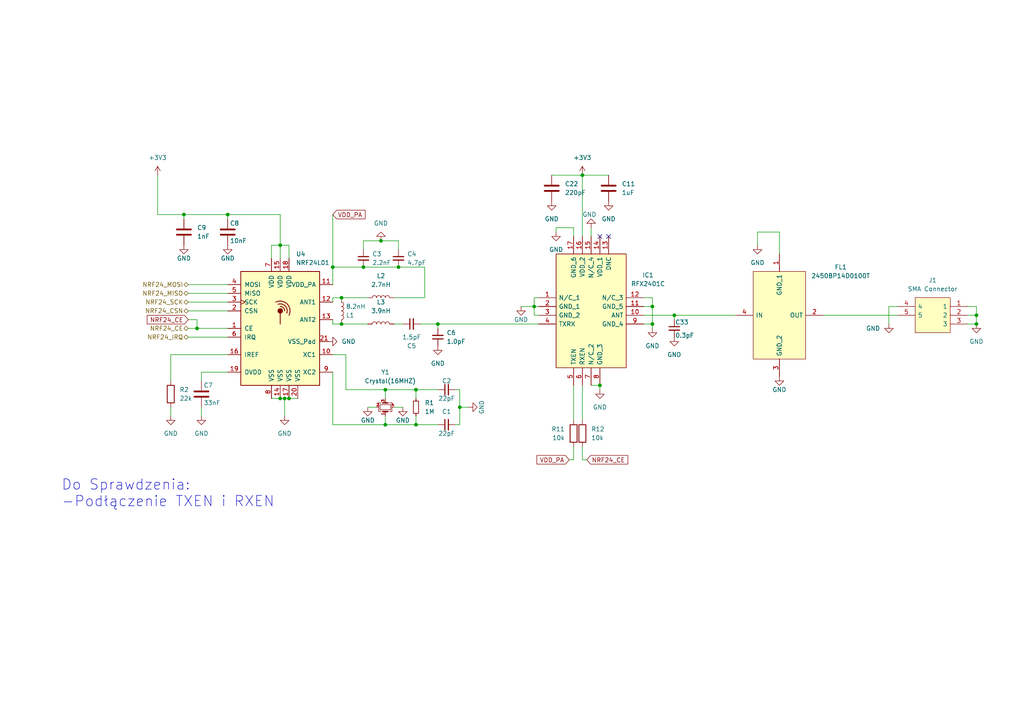
<source format=kicad_sch>
(kicad_sch (version 20211123) (generator eeschema)
  (paper "A4")
  (lib_symbols
    (symbol "2450BP14D0100T:2450BP14D0100T" (pin_names (offset 0.762))
      (property "Reference" "FL?" (at 30.48 13.97 0))
      (property "Value" "2450BP14D0100T" (at 30.48 11.43 0))
      (symbol "2450BP14D0100T_0_0"
        (pin passive line (at 12.7 17.78 270) (length 5.08) (name "GND_1") (number "1"))
        (pin passive line (at 25.4 0 180) (length 5.08) (name "OUT") (number "2"))
        (pin passive line (at 12.7 -17.78 90) (length 5.08) (name "GND_2") (number "3"))
        (pin passive line (at 0 0 0) (length 5.08) (name "IN") (number "4"))
      )
      (symbol "2450BP14D0100T_0_1"
        (polyline (pts (xy 5.08 12.7) (xy 20.32 12.7) (xy 20.32 -12.7) (xy 5.08 -12.7) (xy 5.08 12.7)) (stroke (width 0.1524)) (fill (type background)))
      )
    )
    (symbol "Device:C" (pin_numbers hide) (pin_names (offset 0.254))
      (property "Reference" "C" (at 0.635 2.54 0))
      (property "Value" "C" (at 0.635 -2.54 0))
      (symbol "C_0_1"
        (polyline (pts (xy -2.032 -0.762) (xy 2.032 -0.762)) (stroke (width 0.508)))
        (polyline (pts (xy -2.032 0.762) (xy 2.032 0.762)) (stroke (width 0.508)))
      )
      (symbol "C_1_1"
        (pin passive line (at 0 3.81 270) (length 2.794) (name "~") (number "1"))
        (pin passive line (at 0 -3.81 90) (length 2.794) (name "~") (number "2"))
      )
    )
    (symbol "Device:C_Small" (pin_numbers hide) (pin_names (offset 0.254) hide)
      (property "Reference" "C" (at 0.254 1.778 0))
      (property "Value" "C_Small" (at 0.254 -2.032 0))
      (symbol "C_Small_0_1"
        (polyline (pts (xy -1.524 -0.508) (xy 1.524 -0.508)) (stroke (width 0.3302)))
        (polyline (pts (xy -1.524 0.508) (xy 1.524 0.508)) (stroke (width 0.3048)))
      )
      (symbol "C_Small_1_1"
        (pin passive line (at 0 2.54 270) (length 2.032) (name "~") (number "1"))
        (pin passive line (at 0 -2.54 90) (length 2.032) (name "~") (number "2"))
      )
    )
    (symbol "Device:Crystal_GND24_Small" (pin_names (offset 1.016) hide)
      (property "Reference" "Y" (at 1.27 4.445 0))
      (property "Value" "Crystal_GND24_Small" (at 1.27 2.54 0))
      (symbol "Crystal_GND24_Small_0_1"
        (rectangle (start -0.762 -1.524) (end 0.762 1.524))
        (polyline (pts (xy -1.27 -0.762) (xy -1.27 0.762)) (stroke (width 0.381)))
        (polyline (pts (xy 1.27 -0.762) (xy 1.27 0.762)) (stroke (width 0.381)))
        (polyline (pts (xy -1.27 -1.27) (xy -1.27 -1.905) (xy 1.27 -1.905) (xy 1.27 -1.27)))
        (polyline (pts (xy -1.27 1.27) (xy -1.27 1.905) (xy 1.27 1.905) (xy 1.27 1.27)))
      )
      (symbol "Crystal_GND24_Small_1_1"
        (pin passive line (at -2.54 0 0) (length 1.27) (name "1") (number "1"))
        (pin passive line (at 0 -2.54 90) (length 0.635) (name "2") (number "2"))
        (pin passive line (at 2.54 0 180) (length 1.27) (name "3") (number "3"))
        (pin passive line (at 0 2.54 270) (length 0.635) (name "4") (number "4"))
      )
    )
    (symbol "Device:L" (pin_numbers hide) (pin_names (offset 1.016) hide)
      (property "Reference" "L" (at -1.27 0 90))
      (property "Value" "L" (at 1.905 0 90))
      (symbol "L_0_1"
        (arc (start 0 -2.54) (mid 0.635 -1.905) (end 0 -1.27))
        (arc (start 0 -1.27) (mid 0.635 -0.635) (end 0 0))
        (arc (start 0 0) (mid 0.635 0.635) (end 0 1.27))
        (arc (start 0 1.27) (mid 0.635 1.905) (end 0 2.54))
      )
      (symbol "L_1_1"
        (pin passive line (at 0 3.81 270) (length 1.27) (name "1") (number "1"))
        (pin passive line (at 0 -3.81 90) (length 1.27) (name "2") (number "2"))
      )
    )
    (symbol "Device:R" (pin_numbers hide) (pin_names (offset 0))
      (property "Reference" "R" (at 2.032 0 90))
      (property "Value" "R" (at 0 0 90))
      (symbol "R_0_1"
        (rectangle (start -1.016 -2.54) (end 1.016 2.54) (stroke (width 0.254)))
      )
      (symbol "R_1_1"
        (pin passive line (at 0 3.81 270) (length 1.27) (name "~") (number "1"))
        (pin passive line (at 0 -3.81 90) (length 1.27) (name "~") (number "2"))
      )
    )
    (symbol "Device:R_Small" (pin_numbers hide) (pin_names (offset 0.254) hide)
      (property "Reference" "R" (at 0.762 0.508 0))
      (property "Value" "R_Small" (at 0.762 -1.016 0))
      (symbol "R_Small_0_1"
        (rectangle (start -0.762 1.778) (end 0.762 -1.778) (stroke (width 0.2032)))
      )
      (symbol "R_Small_1_1"
        (pin passive line (at 0 2.54 270) (length 0.762) (name "~") (number "1"))
        (pin passive line (at 0 -2.54 90) (length 0.762) (name "~") (number "2"))
      )
    )
    (symbol "RF:NRF24L01" (pin_names (offset 1.016))
      (property "Reference" "U3" (at 4.5594 21.59 0))
      (property "Value" "NRF24L01" (at 4.5594 19.05 0))
      (symbol "NRF24L01_0_1"
        (rectangle (start -11.43 16.51) (end 11.43 -16.51) (stroke (width 0.254)) (fill (type background)))
        (polyline (pts (xy 0 4.445) (xy 0 1.27)) (stroke (width 0.254)))
        (circle (center 0 5.08) (radius 0.635) (stroke (width 0.254)) (fill (type outline)))
        (arc (start 1.27 5.08) (mid 0.9071 5.9946) (end 0 6.35) (stroke (width 0.254)))
        (arc (start 1.905 4.445) (mid 1.4313 6.5254) (end -0.635 6.985) (stroke (width 0.254)))
        (arc (start 2.54 3.81) (mid 2.008 7.088) (end -1.27 7.62) (stroke (width 0.254)))
        (rectangle (start 11.43 -13.97) (end 11.43 -13.97))
      )
      (symbol "NRF24L01_1_1"
        (pin input line (at -15.24 0 0) (length 3.81) (name "CE") (number "1"))
        (pin passive line (at 15.24 -7.62 180) (length 3.81) (name "XC1") (number "10"))
        (pin power_out line (at 15.24 12.7 180) (length 3.81) (name "VDD_PA") (number "11"))
        (pin passive line (at 15.24 7.62 180) (length 3.81) (name "ANT1") (number "12"))
        (pin passive line (at 15.24 2.54 180) (length 3.81) (name "ANT2") (number "13"))
        (pin power_in line (at 0 -20.32 90) (length 3.81) (name "VSS") (number "14"))
        (pin power_in line (at 0 20.32 270) (length 3.81) (name "VDD") (number "15"))
        (pin passive line (at -15.24 -7.62 0) (length 3.81) (name "IREF") (number "16"))
        (pin power_in line (at 2.54 -20.32 90) (length 3.81) (name "VSS") (number "17"))
        (pin power_in line (at 2.54 20.32 270) (length 3.81) (name "VDD") (number "18"))
        (pin power_out line (at -15.24 -12.7 0) (length 3.81) (name "DVDD") (number "19"))
        (pin input line (at -15.24 5.08 0) (length 3.81) (name "CSN") (number "2"))
        (pin power_in line (at 5.08 -20.32 90) (length 3.81) (name "VSS") (number "20"))
        (pin power_in line (at 13.97 -3.81 180) (length 2.54) (name "VSS_Pad") (number "21"))
        (pin input clock (at -15.24 7.62 0) (length 3.81) (name "SCK") (number "3"))
        (pin input line (at -15.24 12.7 0) (length 3.81) (name "MOSI") (number "4"))
        (pin output line (at -15.24 10.16 0) (length 3.81) (name "MISO") (number "5"))
        (pin output line (at -15.24 -2.54 0) (length 3.81) (name "IRQ") (number "6"))
        (pin power_in line (at -2.54 20.32 270) (length 3.81) (name "VDD") (number "7"))
        (pin power_in line (at -2.54 -20.32 90) (length 3.81) (name "VSS") (number "8"))
        (pin passive line (at 15.24 -12.7 180) (length 3.81) (name "XC2") (number "9"))
      )
    )
    (symbol "RFX2401C:RFX2401C" (pin_names (offset 0.762))
      (property "Reference" "IC?" (at 31.75 6.5788 0))
      (property "Value" "RFX2401C" (at 31.75 4.0388 0))
      (symbol "RFX2401C_0_0"
        (pin passive line (at 0 0 0) (length 5.08) (name "N/C_1") (number "1"))
        (pin passive line (at 30.48 -5.08 180) (length 5.08) (name "ANT") (number "10"))
        (pin passive line (at 30.48 -2.54 180) (length 5.08) (name "GND_5") (number "11"))
        (pin passive line (at 30.48 0 180) (length 5.08) (name "N/C_3") (number "12"))
        (pin passive line (at 20.32 17.78 270) (length 5.08) (name "DNC") (number "13"))
        (pin passive line (at 17.78 17.78 270) (length 5.08) (name "VDD_1") (number "14"))
        (pin passive line (at 15.24 17.78 270) (length 5.08) (name "N/C_4") (number "15"))
        (pin passive line (at 12.7 17.78 270) (length 5.08) (name "VDD_2") (number "16"))
        (pin passive line (at 10.16 17.78 270) (length 5.08) (name "GND_6") (number "17"))
        (pin passive line (at 0 -2.54 0) (length 5.08) (name "GND_1") (number "2"))
        (pin passive line (at 0 -5.08 0) (length 5.08) (name "GND_2") (number "3"))
        (pin passive line (at 0 -7.62 0) (length 5.08) (name "TXRX") (number "4"))
        (pin passive line (at 10.16 -25.4 90) (length 5.08) (name "TXEN") (number "5"))
        (pin passive line (at 12.7 -25.4 90) (length 5.08) (name "RXEN") (number "6"))
        (pin passive line (at 15.24 -25.4 90) (length 5.08) (name "N/C_2") (number "7"))
        (pin passive line (at 17.78 -25.4 90) (length 5.08) (name "GND_3") (number "8"))
        (pin passive line (at 30.48 -7.62 180) (length 5.08) (name "GND_4") (number "9"))
      )
      (symbol "RFX2401C_0_1"
        (polyline (pts (xy 5.08 12.7) (xy 25.4 12.7) (xy 25.4 -20.32) (xy 5.08 -20.32) (xy 5.08 12.7)) (stroke (width 0.1524)))
        (rectangle (start 5.08 12.7) (end 25.4 -20.32) (fill (type background)))
      )
    )
    (symbol "SMA_Connector:73251-2201" (pin_names (offset 0.762))
      (property "Reference" "J?" (at 10.16 7.62 0))
      (property "Value" "SMA Connector" (at 10.16 5.08 0))
      (symbol "73251-2201_0_0"
        (pin passive line (at 0 0 0) (length 5.08) (name "1") (number "1"))
        (pin passive line (at 0 -2.54 0) (length 5.08) (name "2") (number "2"))
        (pin passive line (at 0 -5.08 0) (length 5.08) (name "3") (number "3"))
        (pin passive line (at 20.32 0 180) (length 5.08) (name "4") (number "4"))
        (pin passive line (at 20.32 -2.54 180) (length 5.08) (name "5") (number "5"))
      )
      (symbol "73251-2201_0_1"
        (polyline (pts (xy 5.08 2.54) (xy 15.24 2.54) (xy 15.24 -7.62) (xy 5.08 -7.62) (xy 5.08 2.54)) (stroke (width 0.1524)) (fill (type background)))
      )
    )
    (symbol "power:+3V3" (power) (pin_names (offset 0))
      (property "Value" "+3V3" (at 0 3.556 0))
      (symbol "+3V3_0_1"
        (polyline (pts (xy -0.762 1.27) (xy 0 2.54)))
        (polyline (pts (xy 0 0) (xy 0 2.54)))
        (polyline (pts (xy 0 2.54) (xy 0.762 1.27)))
      )
      (symbol "+3V3_1_1"
        (pin power_in line (at 0 0 90) (length 0) hide (name "+3V3") (number "1"))
      )
    )
    (symbol "power:GND" (power) (pin_names (offset 0))
      (property "Value" "GND" (at 0 -3.81 0))
      (symbol "GND_0_1"
        (polyline (pts (xy 0 0) (xy 0 -1.27) (xy 1.27 -1.27) (xy 0 -2.54) (xy -1.27 -1.27) (xy 0 -1.27)))
      )
      (symbol "GND_1_1"
        (pin power_in line (at 0 0 270) (length 0) hide (name "GND") (number "1"))
      )
    )
  )
  (junction (at 111.76 113.03))
  (junction (at 83.82 115.57))
  (junction (at 57.15 95.25))
  (junction (at 195.58 91.44))
  (junction (at 99.06 86.36))
  (junction (at 154.94 88.9))
  (junction (at 283.21 91.44))
  (junction (at 53.34 62.23))
  (junction (at 81.28 115.57))
  (junction (at 133.35 118.11))
  (junction (at 99.06 93.98))
  (junction (at 96.52 77.47))
  (junction (at 173.99 111.76))
  (junction (at 168.91 50.8))
  (junction (at 283.21 93.98))
  (junction (at 81.28 71.12))
  (junction (at 82.55 115.57))
  (junction (at 120.65 123.19))
  (junction (at 115.57 77.47))
  (junction (at 110.49 69.85))
  (junction (at 105.41 77.47))
  (junction (at 66.04 62.23))
  (junction (at 189.23 93.98))
  (junction (at 127 93.98))
  (junction (at 189.23 88.9))
  (junction (at 120.65 113.03))
  (junction (at 111.76 123.19))
  (no_connect (at 173.99 68.58))
  (no_connect (at 176.53 68.58))
  (wire (pts (xy 45.72 62.23) (xy 53.34 62.23)))
  (wire (pts (xy 78.74 74.93) (xy 78.74 71.12)))
  (wire (pts (xy 160.02 50.8) (xy 168.91 50.8)))
  (wire (pts (xy 168.91 50.8) (xy 176.53 50.8)))
  (wire (pts (xy 166.37 66.04) (xy 166.37 68.58)))
  (wire (pts (xy 219.71 67.31) (xy 226.06 67.31)))
  (wire (pts (xy 82.55 115.57) (xy 83.82 115.57)))
  (wire (pts (xy 120.65 113.03) (xy 111.76 113.03)))
  (wire (pts (xy 189.23 93.98) (xy 189.23 95.25)))
  (wire (pts (xy 115.57 69.85) (xy 115.57 72.39)))
  (wire (pts (xy 186.69 86.36) (xy 189.23 86.36)))
  (wire (pts (xy 133.35 118.11) (xy 135.89 118.11)))
  (wire (pts (xy 151.13 88.9) (xy 154.94 88.9)))
  (wire (pts (xy 96.52 77.47) (xy 105.41 77.47)))
  (wire (pts (xy 132.08 113.03) (xy 133.35 113.03)))
  (wire (pts (xy 171.45 111.76) (xy 173.99 111.76)))
  (wire (pts (xy 219.71 71.12) (xy 219.71 67.31)))
  (wire (pts (xy 168.91 50.8) (xy 168.91 68.58)))
  (wire (pts (xy 96.52 107.95) (xy 96.52 123.19)))
  (wire (pts (xy 54.61 87.63) (xy 66.04 87.63)))
  (wire (pts (xy 66.04 107.95) (xy 58.42 107.95)))
  (wire (pts (xy 57.15 95.25) (xy 54.61 95.25)))
  (wire (pts (xy 132.08 123.19) (xy 133.35 123.19)))
  (wire (pts (xy 156.21 91.44) (xy 154.94 91.44)))
  (wire (pts (xy 54.61 90.17) (xy 66.04 90.17)))
  (wire (pts (xy 189.23 88.9) (xy 189.23 93.98)))
  (wire (pts (xy 161.29 67.31) (xy 161.29 66.04)))
  (wire (pts (xy 114.3 93.98) (xy 116.84 93.98)))
  (wire (pts (xy 96.52 62.23) (xy 96.52 77.47)))
  (wire (pts (xy 83.82 74.93) (xy 83.82 71.12)))
  (wire (pts (xy 49.53 102.87) (xy 49.53 110.49)))
  (wire (pts (xy 186.69 88.9) (xy 189.23 88.9)))
  (wire (pts (xy 173.99 113.03) (xy 173.99 111.76)))
  (wire (pts (xy 115.57 77.47) (xy 123.19 77.47)))
  (wire (pts (xy 165.1 133.35) (xy 166.37 133.35)))
  (wire (pts (xy 66.04 95.25) (xy 57.15 95.25)))
  (wire (pts (xy 96.52 93.98) (xy 99.06 93.98)))
  (wire (pts (xy 120.65 113.03) (xy 120.65 115.57)))
  (wire (pts (xy 283.21 88.9) (xy 283.21 91.44)))
  (wire (pts (xy 121.92 93.98) (xy 127 93.98)))
  (wire (pts (xy 58.42 118.11) (xy 58.42 120.65)))
  (wire (pts (xy 99.06 93.98) (xy 106.68 93.98)))
  (wire (pts (xy 120.65 123.19) (xy 111.76 123.19)))
  (wire (pts (xy 78.74 115.57) (xy 81.28 115.57)))
  (wire (pts (xy 111.76 120.65) (xy 111.76 123.19)))
  (wire (pts (xy 133.35 113.03) (xy 133.35 118.11)))
  (wire (pts (xy 127 93.98) (xy 127 95.25)))
  (wire (pts (xy 66.04 62.23) (xy 81.28 62.23)))
  (wire (pts (xy 99.06 86.36) (xy 106.68 86.36)))
  (wire (pts (xy 186.69 93.98) (xy 189.23 93.98)))
  (wire (pts (xy 154.94 86.36) (xy 154.94 88.9)))
  (wire (pts (xy 154.94 88.9) (xy 156.21 88.9)))
  (wire (pts (xy 168.91 129.54) (xy 168.91 133.35)))
  (wire (pts (xy 78.74 71.12) (xy 81.28 71.12)))
  (wire (pts (xy 168.91 111.76) (xy 168.91 121.92)))
  (wire (pts (xy 49.53 102.87) (xy 66.04 102.87)))
  (wire (pts (xy 189.23 86.36) (xy 189.23 88.9)))
  (wire (pts (xy 100.33 113.03) (xy 111.76 113.03)))
  (wire (pts (xy 168.91 133.35) (xy 170.18 133.35)))
  (wire (pts (xy 105.41 72.39) (xy 105.41 69.85)))
  (wire (pts (xy 280.67 91.44) (xy 283.21 91.44)))
  (wire (pts (xy 83.82 115.57) (xy 86.36 115.57)))
  (wire (pts (xy 166.37 133.35) (xy 166.37 129.54)))
  (wire (pts (xy 81.28 71.12) (xy 81.28 74.93)))
  (wire (pts (xy 49.53 118.11) (xy 49.53 120.65)))
  (wire (pts (xy 96.52 86.36) (xy 99.06 86.36)))
  (wire (pts (xy 54.61 92.71) (xy 57.15 92.71)))
  (wire (pts (xy 120.65 120.65) (xy 120.65 123.19)))
  (wire (pts (xy 133.35 118.11) (xy 133.35 123.19)))
  (wire (pts (xy 96.52 87.63) (xy 96.52 86.36)))
  (wire (pts (xy 96.52 123.19) (xy 111.76 123.19)))
  (wire (pts (xy 260.35 88.9) (xy 257.81 88.9)))
  (wire (pts (xy 83.82 71.12) (xy 81.28 71.12)))
  (wire (pts (xy 96.52 77.47) (xy 96.52 82.55)))
  (wire (pts (xy 96.52 102.87) (xy 100.33 102.87)))
  (wire (pts (xy 66.04 63.5) (xy 66.04 62.23)))
  (wire (pts (xy 105.41 69.85) (xy 110.49 69.85)))
  (wire (pts (xy 238.76 91.44) (xy 260.35 91.44)))
  (wire (pts (xy 195.58 92.71) (xy 195.58 91.44)))
  (wire (pts (xy 109.22 118.11) (xy 106.68 118.11)))
  (wire (pts (xy 154.94 88.9) (xy 154.94 91.44)))
  (wire (pts (xy 127 93.98) (xy 156.21 93.98)))
  (wire (pts (xy 283.21 93.98) (xy 280.67 93.98)))
  (wire (pts (xy 186.69 91.44) (xy 195.58 91.44)))
  (wire (pts (xy 105.41 77.47) (xy 115.57 77.47)))
  (wire (pts (xy 54.61 82.55) (xy 66.04 82.55)))
  (wire (pts (xy 82.55 120.65) (xy 82.55 115.57)))
  (wire (pts (xy 96.52 92.71) (xy 96.52 93.98)))
  (wire (pts (xy 111.76 113.03) (xy 111.76 115.57)))
  (wire (pts (xy 280.67 88.9) (xy 283.21 88.9)))
  (wire (pts (xy 81.28 115.57) (xy 82.55 115.57)))
  (wire (pts (xy 257.81 88.9) (xy 257.81 93.98)))
  (wire (pts (xy 54.61 97.79) (xy 66.04 97.79)))
  (wire (pts (xy 100.33 102.87) (xy 100.33 113.03)))
  (wire (pts (xy 58.42 107.95) (xy 58.42 110.49)))
  (wire (pts (xy 123.19 86.36) (xy 114.3 86.36)))
  (wire (pts (xy 127 113.03) (xy 120.65 113.03)))
  (wire (pts (xy 81.28 62.23) (xy 81.28 71.12)))
  (wire (pts (xy 110.49 69.85) (xy 115.57 69.85)))
  (wire (pts (xy 53.34 63.5) (xy 53.34 62.23)))
  (wire (pts (xy 53.34 62.23) (xy 66.04 62.23)))
  (wire (pts (xy 171.45 68.58) (xy 171.45 66.04)))
  (wire (pts (xy 123.19 77.47) (xy 123.19 86.36)))
  (wire (pts (xy 283.21 91.44) (xy 283.21 93.98)))
  (wire (pts (xy 54.61 85.09) (xy 66.04 85.09)))
  (wire (pts (xy 127 123.19) (xy 120.65 123.19)))
  (wire (pts (xy 226.06 67.31) (xy 226.06 73.66)))
  (wire (pts (xy 45.72 50.8) (xy 45.72 62.23)))
  (wire (pts (xy 57.15 92.71) (xy 57.15 95.25)))
  (wire (pts (xy 166.37 111.76) (xy 166.37 121.92)))
  (wire (pts (xy 156.21 86.36) (xy 154.94 86.36)))
  (wire (pts (xy 161.29 66.04) (xy 166.37 66.04)))
  (wire (pts (xy 114.3 118.11) (xy 116.84 118.11)))
  (wire (pts (xy 195.58 91.44) (xy 213.36 91.44)))
  (text "Do Sprawdzenia:\n-Podłączenie TXEN i RXEN\n" (at 17.78 147.32 0) (effects (font (size 3 3)) (justify left bottom)))
  (global_label "NRF24_CE" (shape input) (at 170.18 133.35 0) (property "Intersheet References" "${INTERSHEET_REFS}" (effects hide)))
  (global_label "NRF24_CE" (shape input) (at 54.61 92.71 180) (property "Intersheet References" "${INTERSHEET_REFS}" (effects hide)))
  (global_label "VDD_PA" (shape input) (at 96.52 62.23 0) (property "Intersheet References" "${INTERSHEET_REFS}" (effects hide)))
  (global_label "VDD_PA" (shape input) (at 165.1 133.35 180) (property "Intersheet References" "${INTERSHEET_REFS}" (effects hide)))
  (hierarchical_label "NRF24_MOSI" (shape bidirectional) (at 54.61 82.55 180))
  (hierarchical_label "NRF24_CE" (shape bidirectional) (at 54.61 95.25 180))
  (hierarchical_label "NRF24_MISO" (shape bidirectional) (at 54.61 85.09 180))
  (hierarchical_label "NRF24_IRQ" (shape bidirectional) (at 54.61 97.79 180))
  (hierarchical_label "NRF24_SCK" (shape bidirectional) (at 54.61 87.63 180))
  (hierarchical_label "NRF24_CSN" (shape bidirectional) (at 54.61 90.17 180))
  (symbol (lib_id "power:GND") (at 195.58 97.79 0) (unit 1)
    (property "Reference" "#PWR0127" (effects hide))
    (property "Value" "GND" (at 195.58 102.87 0))
  )
  (symbol (lib_id "Device:C_Small") (at 129.54 113.03 90) (mirror x) (unit 1)
    (property "Reference" "C2" (at 129.54 110.49 90))
    (property "Value" "22pF" (at 129.54 115.57 90))
    (property "Footprint" "Capacitor_SMD:C_0402_1005Metric" (effects hide))
  )
  (symbol (lib_id "power:GND") (at 110.49 69.85 180) (unit 1)
    (property "Reference" "#PWR0139" (effects hide))
    (property "Value" "GND" (at 110.49 64.77 0))
  )
  (symbol (lib_id "power:GND") (at 66.04 71.12 0) (unit 1)
    (property "Reference" "#PWR0142" (effects hide))
    (property "Value" "GND" (at 66.04 74.93 0))
  )
  (symbol (lib_id "power:+3V3") (at 168.91 50.8 0) (unit 1)
    (property "Reference" "#PWR0145" (effects hide))
    (property "Value" "+3V3" (at 168.91 45.72 0))
  )
  (symbol (lib_id "RFX2401C:RFX2401C") (at 156.21 86.36 0) (unit 1)
    (property "Reference" "IC1" (at 187.96 79.7812 0))
    (property "Value" "RFX2401C" (at 187.96 82.3212 0))
    (property "Footprint" "Telemetry:QFN50P300X300X60-17N-D" (effects hide))
    (property "Datasheet" "https://eu.mouser.com/datasheet/2/472/RFX2401C_204359B-1524606.pdf" (effects hide))
    (property "Description" "RF Front End 2.4GHz ZigBee/ISM RFeIC PA+LNA+SPDT" (effects hide))
    (property "Height" "0.6" (effects hide))
    (property "Manufacturer_Name" "Skyworks" (effects hide))
    (property "Manufacturer_Part_Number" "RFX2401C" (effects hide))
    (property "Mouser Part Number" "477-RFX2401C" (effects hide))
    (property "Mouser Price/Stock" "https://www.mouser.co.uk/ProductDetail/Skyworks-Solutions-Inc/RFX2401C?qs=dBWc1juS%252B3ydEXrKsuxQ7A%3D%3D" (effects hide))
  )
  (symbol (lib_id "power:GND") (at 161.29 67.31 0) (unit 1)
    (property "Reference" "#PWR0132" (effects hide))
    (property "Value" "GND" (at 161.29 72.39 0))
  )
  (symbol (lib_id "power:GND") (at 226.06 109.22 0) (unit 1)
    (property "Reference" "#PWR0128" (effects hide))
    (property "Value" "GND" (at 226.06 113.03 0))
  )
  (symbol (lib_id "Device:C") (at 58.42 114.3 0) (unit 1)
    (property "Reference" "C7" (at 59.055 111.76 0) (effects (justify left)))
    (property "Value" "33nF" (at 59.055 116.84 0) (effects (justify left)))
    (property "Footprint" "Capacitor_SMD:C_0402_1005Metric" (effects hide))
  )
  (symbol (lib_id "Device:L") (at 110.49 86.36 90) (unit 1)
    (property "Reference" "L2" (at 110.49 80.01 90))
    (property "Value" "2.7nH" (at 110.49 82.55 90))
    (property "Footprint" "Inductor_SMD:L_0402_1005Metric" (effects hide))
  )
  (symbol (lib_id "Device:C_Small") (at 195.58 95.25 0) (unit 1)
    (property "Reference" "C33" (at 195.834 93.472 0) (effects (justify left)))
    (property "Value" "0.3pF" (at 195.834 97.282 0) (effects (justify left)))
    (property "Footprint" "Capacitor_SMD:C_0402_1005Metric" (effects hide))
  )
  (symbol (lib_id "Device:R_Small") (at 120.65 118.11 0) (unit 1)
    (property "Reference" "R1" (at 123.19 116.8399 0) (effects (justify left)))
    (property "Value" "1M" (at 123.19 119.3799 0) (effects (justify left)))
    (property "Footprint" "Resistor_SMD:R_0402_1005Metric" (effects hide))
  )
  (symbol (lib_id "power:GND") (at 95.25 99.06 90) (unit 1)
    (property "Reference" "#PWR0138" (effects hide))
    (property "Value" "GND" (at 99.06 99.0599 90) (effects (justify right)))
  )
  (symbol (lib_id "power:+3V3") (at 45.72 50.8 0) (unit 1)
    (property "Reference" "#PWR0146" (effects hide))
    (property "Value" "+3V3" (at 45.72 45.72 0))
  )
  (symbol (lib_id "power:GND") (at 82.55 120.65 0) (unit 1)
    (property "Reference" "#PWR0131" (effects hide))
    (property "Value" "GND" (at 82.55 125.73 0))
  )
  (symbol (lib_id "Device:L") (at 99.06 90.17 0) (mirror x) (unit 1)
    (property "Reference" "L1" (at 100.33 91.4401 0) (effects (justify left)))
    (property "Value" "8.2nH" (at 100.33 88.9001 0) (effects (justify left)))
    (property "Footprint" "Inductor_SMD:L_0402_1005Metric" (effects hide))
  )
  (symbol (lib_id "power:GND") (at 58.42 120.65 0) (unit 1)
    (property "Reference" "#PWR0129" (effects hide))
    (property "Value" "GND" (at 58.42 125.73 0))
  )
  (symbol (lib_id "Device:C_Small") (at 115.57 74.93 0) (unit 1)
    (property "Reference" "C4" (at 118.11 73.6662 0) (effects (justify left)))
    (property "Value" "4.7pF" (at 118.11 76.2062 0) (effects (justify left)))
    (property "Footprint" "Capacitor_SMD:C_0402_1005Metric" (effects hide))
  )
  (symbol (lib_id "power:GND") (at 151.13 88.9 0) (unit 1)
    (property "Reference" "#PWR0135" (effects hide))
    (property "Value" "GND" (at 151.13 92.71 0))
  )
  (symbol (lib_id "Device:R") (at 168.91 125.73 0) (unit 1)
    (property "Reference" "R12" (at 171.45 124.4599 0) (effects (justify left)))
    (property "Value" "10k" (at 171.45 126.9999 0) (effects (justify left)))
    (property "Footprint" "Resistor_SMD:R_0402_1005Metric" (effects hide))
  )
  (symbol (lib_id "Device:C_Small") (at 119.38 93.98 90) (mirror x) (unit 1)
    (property "Reference" "C5" (at 119.3863 100.33 90))
    (property "Value" "1.5pF" (at 119.3863 97.79 90))
    (property "Footprint" "Capacitor_SMD:C_0402_1005Metric" (effects hide))
  )
  (symbol (lib_id "RF:NRF24L01") (at 81.28 95.25 0) (unit 1)
    (property "Reference" "U4" (at 85.8394 73.66 0) (effects (justify left)))
    (property "Value" "NRF24L01" (at 85.8394 76.2 0) (effects (justify left)))
    (property "Footprint" "Package_DFN_QFN:QFN-20-1EP_3.5x3.5mm_P0.5mm_EP2x2mm_ThermalVias" (effects hide))
    (property "Datasheet" "http://www.nordicsemi.com/eng/content/download/2730/34105/file/nRF24L01_Product_Specification_v2_0.pdf" (effects hide))
  )
  (symbol (lib_id "Device:Crystal_GND24_Small") (at 111.76 118.11 270) (mirror x) (unit 1)
    (property "Reference" "Y1" (at 113.03 107.95 90) (effects (justify right)))
    (property "Value" "Crystal(16MHZ)" (at 120.65 110.49 90) (effects (justify right)))
    (property "Footprint" "Crystal:Crystal_SMD_2520-4Pin_2.5x2.0mm" (effects hide))
  )
  (symbol (lib_id "power:GND") (at 219.71 71.12 0) (unit 1)
    (property "Reference" "#PWR0126" (effects hide))
    (property "Value" "GND" (at 219.71 76.2 0))
  )
  (symbol (lib_id "power:GND") (at 53.34 71.12 0) (unit 1)
    (property "Reference" "#PWR0140" (effects hide))
    (property "Value" "GND" (at 53.34 74.93 0))
  )
  (symbol (lib_id "power:GND") (at 116.84 118.11 0) (unit 1)
    (property "Reference" "#PWR0122" (effects hide))
    (property "Value" "GND" (at 116.84 121.92 0))
  )
  (symbol (lib_id "power:GND") (at 49.53 120.65 0) (unit 1)
    (property "Reference" "#PWR0130" (effects hide))
    (property "Value" "GND" (at 49.53 125.73 0))
  )
  (symbol (lib_id "power:GND") (at 135.89 118.11 90) (unit 1)
    (property "Reference" "#PWR0121" (effects hide))
    (property "Value" "GND" (at 139.7 118.11 0))
  )
  (symbol (lib_id "Device:C_Small") (at 105.41 74.93 0) (unit 1)
    (property "Reference" "C3" (at 107.95 73.6662 0) (effects (justify left)))
    (property "Value" "2.2nF" (at 107.95 76.2062 0) (effects (justify left)))
    (property "Footprint" "Capacitor_SMD:C_0402_1005Metric" (effects hide))
  )
  (symbol (lib_id "power:GND") (at 127 100.33 0) (unit 1)
    (property "Reference" "#PWR0124" (effects hide))
    (property "Value" "GND" (at 127 105.41 0))
  )
  (symbol (lib_id "power:GND") (at 171.45 66.04 180) (unit 1)
    (property "Reference" "#PWR0141" (effects hide))
    (property "Value" "GND" (at 168.91 62.23 0) (effects (justify right)))
  )
  (symbol (lib_id "power:GND") (at 176.53 58.42 0) (unit 1)
    (property "Reference" "#PWR0133" (effects hide))
    (property "Value" "GND" (at 176.53 63.5 0))
  )
  (symbol (lib_id "2450BP14D0100T:2450BP14D0100T") (at 213.36 91.44 0) (unit 1)
    (property "Reference" "FL1" (at 243.84 77.47 0))
    (property "Value" "2450BP14D0100T" (at 243.84 80.01 0))
    (property "Footprint" "Telemetry:2450BP14D0100T" (effects hide))
    (property "Datasheet" "https://componentsearchengine.com/Datasheets/1/2450BP14D0100T.pdf" (effects hide))
    (property "Description" "Signal Conditioning 2.4GHz BPF" (effects hide))
    (property "Height" "0.7" (effects hide))
    (property "Manufacturer_Name" "JOHANSON TECHNOLOGY" (effects hide))
    (property "Manufacturer_Part_Number" "2450BP14D0100T" (effects hide))
    (property "Mouser Part Number" "609-2450BP14D0100T" (effects hide))
    (property "Mouser Price/Stock" "https://www.mouser.co.uk/ProductDetail/Johanson-Technology/2450BP14D0100T?qs=yCnrNFeXz%252BguT9bqsuCHxw%3D%3D" (effects hide))
    (property "Arrow Part Number" "2450BP14D0100T" (effects hide))
    (property "Arrow Price/Stock" "https://www.arrow.com/en/products/2450bp14d0100t/johanson-dielectrics" (effects hide))
  )
  (symbol (lib_id "Device:C_Small") (at 127 97.79 180) (unit 1)
    (property "Reference" "C6" (at 129.54 96.5135 0) (effects (justify right)))
    (property "Value" "1.0pF" (at 129.54 99.0535 0) (effects (justify right)))
    (property "Footprint" "Capacitor_SMD:C_0402_1005Metric" (effects hide))
  )
  (symbol (lib_id "Device:R") (at 166.37 125.73 0) (mirror x) (unit 1)
    (property "Reference" "R11" (at 163.83 124.4599 0) (effects (justify right)))
    (property "Value" "10k" (at 163.83 126.9999 0) (effects (justify right)))
    (property "Footprint" "Resistor_SMD:R_0402_1005Metric" (effects hide))
  )
  (symbol (lib_id "Device:C") (at 66.04 67.31 0) (unit 1)
    (property "Reference" "C8" (at 66.675 64.77 0) (effects (justify left)))
    (property "Value" "10nF" (at 66.675 69.85 0) (effects (justify left)))
    (property "Footprint" "Capacitor_SMD:C_0402_1005Metric" (effects hide))
  )
  (symbol (lib_id "Device:C_Small") (at 129.54 123.19 90) (mirror x) (unit 1)
    (property "Reference" "C1" (at 129.54 119.38 90))
    (property "Value" "22pF" (at 129.54 125.73 90))
    (property "Footprint" "Capacitor_SMD:C_0402_1005Metric" (effects hide))
  )
  (symbol (lib_id "power:GND") (at 173.99 113.03 0) (unit 1)
    (property "Reference" "#PWR0134" (effects hide))
    (property "Value" "GND" (at 173.99 118.11 0))
  )
  (symbol (lib_id "power:GND") (at 257.81 93.98 0) (mirror y) (unit 1)
    (property "Reference" "#PWR0143" (effects hide))
    (property "Value" "GND" (at 255.27 95.2499 0) (effects (justify left)))
  )
  (symbol (lib_id "Device:L") (at 110.49 93.98 90) (unit 1)
    (property "Reference" "L3" (at 110.49 87.63 90))
    (property "Value" "3.9nH" (at 110.49 90.17 90))
    (property "Footprint" "Inductor_SMD:L_0402_1005Metric" (effects hide))
  )
  (symbol (lib_id "SMA_Connector:73251-2201") (at 280.67 88.9 0) (mirror y) (unit 1)
    (property "Reference" "J1" (at 270.51 81.28 0))
    (property "Value" "SMA Connector" (at 270.51 83.82 0))
    (property "Footprint" "Telemetry:73251-2200" (effects hide))
    (property "Datasheet" "http://www.molex.com/pdm_docs/sd/732512201_sd.pdf" (effects hide))
    (property "Description" "SMA Jack PCB gold plated 50 Ohms 90deg Molex Right Angle 50 Through Hole SMA Connector, jack, Solder Termination" (effects hide))
    (property "Manufacturer_Name" "Molex" (effects hide))
    (property "Manufacturer_Part_Number" "73251-2201" (effects hide))
    (property "Mouser Part Number" "538-73251-2201" (effects hide))
    (property "Mouser Price/Stock" "https://www.mouser.co.uk/ProductDetail/Molex/73251-2201?qs=R7%2FZKp6KZ2ZO8MMVHpUpcA%3D%3D" (effects hide))
  )
  (symbol (lib_id "power:GND") (at 283.21 93.98 0) (mirror y) (unit 1)
    (property "Reference" "#PWR0144" (effects hide))
    (property "Value" "GND" (at 283.21 99.06 0))
  )
  (symbol (lib_id "power:GND") (at 189.23 95.25 0) (unit 1)
    (property "Reference" "#PWR0125" (effects hide))
    (property "Value" "GND" (at 189.23 100.33 0))
  )
  (symbol (lib_id "Device:C") (at 53.34 67.31 0) (unit 1)
    (property "Reference" "C9" (at 57.15 66.0399 0) (effects (justify left)))
    (property "Value" "1nF" (at 57.15 68.5799 0) (effects (justify left)))
    (property "Footprint" "Capacitor_SMD:C_0402_1005Metric" (effects hide))
  )
  (symbol (lib_id "power:GND") (at 160.02 58.42 0) (unit 1)
    (property "Reference" "#PWR0137" (effects hide))
    (property "Value" "GND" (at 160.02 63.5 0))
  )
  (symbol (lib_id "power:GND") (at 106.68 118.11 0) (mirror y) (unit 1)
    (property "Reference" "#PWR0123" (effects hide))
    (property "Value" "GND" (at 106.68 121.92 0))
  )
  (symbol (lib_id "Device:C") (at 176.53 54.61 0) (unit 1)
    (property "Reference" "C11" (at 180.34 53.3399 0) (effects (justify left)))
    (property "Value" "1uF" (at 180.34 55.8799 0) (effects (justify left)))
    (property "Footprint" "Capacitor_SMD:C_0402_1005Metric" (effects hide))
  )
  (symbol (lib_id "Device:C") (at 160.02 54.61 0) (unit 1)
    (property "Reference" "C22" (at 163.83 53.3399 0) (effects (justify left)))
    (property "Value" "220pF" (at 163.83 55.8799 0) (effects (justify left)))
    (property "Footprint" "Capacitor_SMD:C_0402_1005Metric" (effects hide))
  )
  (symbol (lib_id "Device:R") (at 49.53 114.3 0) (unit 1)
    (property "Reference" "R2" (at 52.07 113.0299 0) (effects (justify left)))
    (property "Value" "22k" (at 52.07 115.5699 0) (effects (justify left)))
    (property "Footprint" "Resistor_SMD:R_0402_1005Metric" (effects hide))
  )
)
</source>
